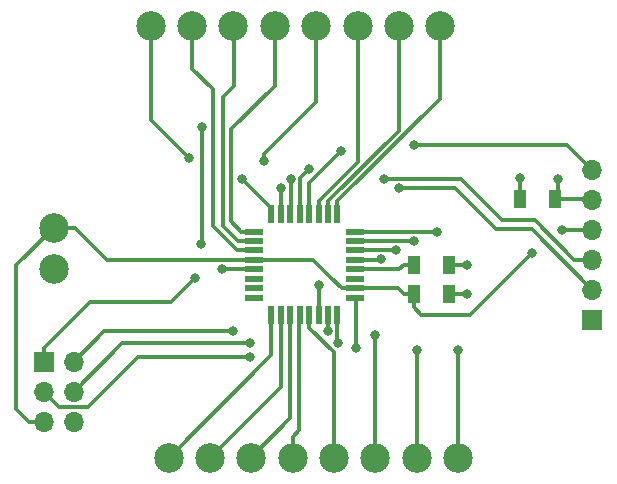
<source format=gtl>
G04 #@! TF.GenerationSoftware,KiCad,Pcbnew,(5.0.1)-3*
G04 #@! TF.CreationDate,2018-10-30T14:33:32-04:00*
G04 #@! TF.ProjectId,GCEW Motor Controller MCU,47434557204D6F746F7220436F6E7472,rev?*
G04 #@! TF.SameCoordinates,Original*
G04 #@! TF.FileFunction,Copper,L1,Top,Signal*
G04 #@! TF.FilePolarity,Positive*
%FSLAX46Y46*%
G04 Gerber Fmt 4.6, Leading zero omitted, Abs format (unit mm)*
G04 Created by KiCad (PCBNEW (5.0.1)-3) date 10/30/2018 2:33:32 PM*
%MOMM*%
%LPD*%
G01*
G04 APERTURE LIST*
G04 #@! TA.AperFunction,SMDPad,CuDef*
%ADD10R,1.000000X1.600000*%
G04 #@! TD*
G04 #@! TA.AperFunction,ComponentPad*
%ADD11O,1.700000X1.700000*%
G04 #@! TD*
G04 #@! TA.AperFunction,ComponentPad*
%ADD12R,1.700000X1.700000*%
G04 #@! TD*
G04 #@! TA.AperFunction,SMDPad,CuDef*
%ADD13R,0.550000X1.600000*%
G04 #@! TD*
G04 #@! TA.AperFunction,SMDPad,CuDef*
%ADD14R,1.600000X0.550000*%
G04 #@! TD*
G04 #@! TA.AperFunction,ComponentPad*
%ADD15C,2.500000*%
G04 #@! TD*
G04 #@! TA.AperFunction,ViaPad*
%ADD16C,0.800000*%
G04 #@! TD*
G04 #@! TA.AperFunction,Conductor*
%ADD17C,0.300000*%
G04 #@! TD*
G04 APERTURE END LIST*
D10*
G04 #@! TO.P,C1,2*
G04 #@! TO.N,GND*
X177750000Y-93000000D03*
G04 #@! TO.P,C1,1*
G04 #@! TO.N,Net-(C1-Pad1)*
X174750000Y-93000000D03*
G04 #@! TD*
D11*
G04 #@! TO.P,J4,6*
G04 #@! TO.N,GND*
X145965000Y-106315000D03*
G04 #@! TO.P,J4,5*
G04 #@! TO.N,+5V*
X143425000Y-106315000D03*
G04 #@! TO.P,J4,4*
G04 #@! TO.N,MISO*
X145965000Y-103775000D03*
G04 #@! TO.P,J4,3*
G04 #@! TO.N,SCK*
X143425000Y-103775000D03*
G04 #@! TO.P,J4,2*
G04 #@! TO.N,MOSI*
X145965000Y-101235000D03*
D12*
G04 #@! TO.P,J4,1*
G04 #@! TO.N,~RESET*
X143425000Y-101235000D03*
G04 #@! TD*
G04 #@! TO.P,U2,1*
G04 #@! TO.N,Net-(U2-Pad1)*
X189875000Y-97650000D03*
D11*
G04 #@! TO.P,U2,2*
G04 #@! TO.N,HC-05_RX*
X189875000Y-95110000D03*
G04 #@! TO.P,U2,3*
G04 #@! TO.N,HC-05_TX*
X189875000Y-92570000D03*
G04 #@! TO.P,U2,4*
G04 #@! TO.N,GND*
X189875000Y-90030000D03*
G04 #@! TO.P,U2,5*
G04 #@! TO.N,+5V*
X189875000Y-87490000D03*
G04 #@! TO.P,U2,6*
G04 #@! TO.N,PC5*
X189875000Y-84950000D03*
G04 #@! TD*
D10*
G04 #@! TO.P,C3,2*
G04 #@! TO.N,GND*
X183725000Y-87450000D03*
G04 #@! TO.P,C3,1*
G04 #@! TO.N,+5V*
X186725000Y-87450000D03*
G04 #@! TD*
G04 #@! TO.P,C2,1*
G04 #@! TO.N,GND*
X177750000Y-95500000D03*
G04 #@! TO.P,C2,2*
G04 #@! TO.N,+5V*
X174750000Y-95500000D03*
G04 #@! TD*
D13*
G04 #@! TO.P,U1,32*
G04 #@! TO.N,INHA2*
X162700000Y-88750000D03*
G04 #@! TO.P,U1,31*
G04 #@! TO.N,HC-05_RX*
X163500000Y-88750000D03*
G04 #@! TO.P,U1,30*
G04 #@! TO.N,HC-05_TX*
X164300000Y-88750000D03*
G04 #@! TO.P,U1,29*
G04 #@! TO.N,~RESET*
X165100000Y-88750000D03*
G04 #@! TO.P,U1,28*
G04 #@! TO.N,PC5*
X165900000Y-88750000D03*
G04 #@! TO.P,U1,27*
G04 #@! TO.N,SOA2*
X166700000Y-88750000D03*
G04 #@! TO.P,U1,26*
G04 #@! TO.N,SOB2*
X167500000Y-88750000D03*
G04 #@! TO.P,U1,25*
G04 #@! TO.N,SOC2*
X168300000Y-88750000D03*
D14*
G04 #@! TO.P,U1,24*
G04 #@! TO.N,SOA1*
X169750000Y-90200000D03*
G04 #@! TO.P,U1,23*
G04 #@! TO.N,SOB1*
X169750000Y-91000000D03*
G04 #@! TO.P,U1,22*
G04 #@! TO.N,SOC1*
X169750000Y-91800000D03*
G04 #@! TO.P,U1,21*
G04 #@! TO.N,GND*
X169750000Y-92600000D03*
G04 #@! TO.P,U1,20*
G04 #@! TO.N,Net-(C1-Pad1)*
X169750000Y-93400000D03*
G04 #@! TO.P,U1,19*
G04 #@! TO.N,Net-(U1-Pad19)*
X169750000Y-94200000D03*
G04 #@! TO.P,U1,18*
G04 #@! TO.N,+5V*
X169750000Y-95000000D03*
G04 #@! TO.P,U1,17*
G04 #@! TO.N,SCK*
X169750000Y-95800000D03*
D13*
G04 #@! TO.P,U1,16*
G04 #@! TO.N,MISO*
X168300000Y-97250000D03*
G04 #@! TO.P,U1,15*
G04 #@! TO.N,MOSI*
X167500000Y-97250000D03*
G04 #@! TO.P,U1,14*
G04 #@! TO.N,ENABLE2*
X166700000Y-97250000D03*
G04 #@! TO.P,U1,13*
G04 #@! TO.N,INHA1*
X165900000Y-97250000D03*
G04 #@! TO.P,U1,12*
G04 #@! TO.N,CAL1*
X165100000Y-97250000D03*
G04 #@! TO.P,U1,11*
G04 #@! TO.N,ENABLE1*
X164300000Y-97250000D03*
G04 #@! TO.P,U1,10*
G04 #@! TO.N,INLC1*
X163500000Y-97250000D03*
G04 #@! TO.P,U1,9*
G04 #@! TO.N,INHC1*
X162700000Y-97250000D03*
D14*
G04 #@! TO.P,U1,8*
G04 #@! TO.N,Net-(U1-Pad8)*
X161250000Y-95800000D03*
G04 #@! TO.P,U1,7*
G04 #@! TO.N,Net-(U1-Pad7)*
X161250000Y-95000000D03*
G04 #@! TO.P,U1,6*
G04 #@! TO.N,Net-(U1-Pad6)*
X161250000Y-94200000D03*
G04 #@! TO.P,U1,5*
G04 #@! TO.N,GND*
X161250000Y-93400000D03*
G04 #@! TO.P,U1,4*
G04 #@! TO.N,+5V*
X161250000Y-92600000D03*
G04 #@! TO.P,U1,3*
G04 #@! TO.N,INHC2*
X161250000Y-91800000D03*
G04 #@! TO.P,U1,2*
G04 #@! TO.N,INLC2*
X161250000Y-91000000D03*
G04 #@! TO.P,U1,1*
G04 #@! TO.N,CAL2*
X161250000Y-90200000D03*
G04 #@! TD*
D15*
G04 #@! TO.P,J1,2*
G04 #@! TO.N,GND*
X144300000Y-93375000D03*
G04 #@! TO.P,J1,1*
G04 #@! TO.N,+5V*
X144300000Y-89875000D03*
G04 #@! TD*
G04 #@! TO.P,J3,1*
G04 #@! TO.N,SOC2*
X177000000Y-72800000D03*
G04 #@! TO.P,J3,2*
G04 #@! TO.N,SOB2*
X173500000Y-72800000D03*
G04 #@! TO.P,J3,3*
G04 #@! TO.N,SOA2*
X170000000Y-72800000D03*
G04 #@! TO.P,J3,4*
G04 #@! TO.N,ENABLE2*
X166500000Y-72800000D03*
G04 #@! TO.P,J3,5*
G04 #@! TO.N,CAL2*
X163000000Y-72800000D03*
G04 #@! TO.P,J3,6*
G04 #@! TO.N,INLC2*
X159500000Y-72800000D03*
G04 #@! TO.P,J3,7*
G04 #@! TO.N,INHC2*
X156000000Y-72800000D03*
G04 #@! TO.P,J3,8*
G04 #@! TO.N,INHA2*
X152500000Y-72800000D03*
G04 #@! TD*
G04 #@! TO.P,J2,8*
G04 #@! TO.N,SOA1*
X178500000Y-109350000D03*
G04 #@! TO.P,J2,7*
G04 #@! TO.N,SOB1*
X175000000Y-109350000D03*
G04 #@! TO.P,J2,6*
G04 #@! TO.N,SOC1*
X171500000Y-109350000D03*
G04 #@! TO.P,J2,5*
G04 #@! TO.N,INHA1*
X168000000Y-109350000D03*
G04 #@! TO.P,J2,4*
G04 #@! TO.N,CAL1*
X164500000Y-109350000D03*
G04 #@! TO.P,J2,3*
G04 #@! TO.N,ENABLE1*
X161000000Y-109350000D03*
G04 #@! TO.P,J2,2*
G04 #@! TO.N,INLC1*
X157500000Y-109350000D03*
G04 #@! TO.P,J2,1*
G04 #@! TO.N,INHC1*
X154000000Y-109350000D03*
G04 #@! TD*
D16*
G04 #@! TO.N,SOC1*
X171500000Y-99000000D03*
X173250000Y-91750000D03*
G04 #@! TO.N,SOB1*
X175000000Y-100250000D03*
X174750000Y-91000000D03*
G04 #@! TO.N,SOA1*
X178500000Y-100250000D03*
X176750000Y-90250000D03*
G04 #@! TO.N,ENABLE2*
X166700000Y-94700000D03*
X162100000Y-84200000D03*
G04 #@! TO.N,INHA2*
X160250000Y-85750000D03*
X155750000Y-84000000D03*
G04 #@! TO.N,GND*
X179250000Y-95500000D03*
X183725000Y-85650000D03*
X172000000Y-92500000D03*
X158500000Y-93400000D03*
X187275000Y-90050000D03*
X179250000Y-93000000D03*
G04 #@! TO.N,+5V*
X184750000Y-92000000D03*
X187000000Y-85750000D03*
G04 #@! TO.N,~RESET*
X156200000Y-94150000D03*
X165900000Y-84875000D03*
X156825000Y-81350000D03*
X156775000Y-91250000D03*
G04 #@! TO.N,SCK*
X160875000Y-100825000D03*
X169875000Y-100075000D03*
G04 #@! TO.N,MISO*
X168325000Y-99650000D03*
X160875000Y-99650000D03*
G04 #@! TO.N,MOSI*
X167525000Y-98650000D03*
X159475000Y-98650000D03*
G04 #@! TO.N,HC-05_RX*
X173500000Y-86500000D03*
X163500000Y-86500000D03*
G04 #@! TO.N,HC-05_TX*
X172250000Y-85750000D03*
X164350000Y-85750000D03*
G04 #@! TO.N,PC5*
X174750000Y-82850000D03*
X168600000Y-83350000D03*
G04 #@! TD*
D17*
G04 #@! TO.N,INHA1*
X165900000Y-98350000D02*
X167975000Y-100425000D01*
X165900000Y-97250000D02*
X165900000Y-98350000D01*
X167975000Y-100425000D02*
X167975000Y-109300000D01*
G04 #@! TO.N,INHC1*
X154000000Y-109350000D02*
X162675000Y-100675000D01*
X162675000Y-100675000D02*
X162675000Y-97200000D01*
G04 #@! TO.N,INLC1*
X163500000Y-103350000D02*
X163500000Y-98350000D01*
X157500000Y-109350000D02*
X163500000Y-103350000D01*
X163500000Y-98350000D02*
X163500000Y-97250000D01*
G04 #@! TO.N,CAL1*
X164500000Y-107582234D02*
X165075000Y-107007234D01*
X164500000Y-109350000D02*
X164500000Y-107582234D01*
X165075000Y-107007234D02*
X165075000Y-97250000D01*
G04 #@! TO.N,SOC1*
X171500000Y-109350000D02*
X171500000Y-99000000D01*
X169800000Y-91750000D02*
X169750000Y-91800000D01*
X173250000Y-91750000D02*
X169800000Y-91750000D01*
G04 #@! TO.N,SOB1*
X175000000Y-109350000D02*
X175000000Y-100250000D01*
X174750000Y-91000000D02*
X169750000Y-91000000D01*
G04 #@! TO.N,SOA1*
X178500000Y-109350000D02*
X178500000Y-100250000D01*
X169800000Y-90250000D02*
X169750000Y-90200000D01*
X176750000Y-90250000D02*
X169800000Y-90250000D01*
G04 #@! TO.N,ENABLE1*
X161000000Y-109350000D02*
X164325000Y-106025000D01*
X164325000Y-106025000D02*
X164325000Y-97200000D01*
G04 #@! TO.N,ENABLE2*
X166700000Y-97250000D02*
X166700000Y-94700000D01*
X166500000Y-74567766D02*
X166500000Y-72800000D01*
X166500000Y-79234315D02*
X166500000Y-74567766D01*
X162100000Y-83634315D02*
X166500000Y-79234315D01*
X162100000Y-84200000D02*
X162100000Y-83634315D01*
G04 #@! TO.N,SOA2*
X166700000Y-87650000D02*
X170000000Y-84350000D01*
X166700000Y-88750000D02*
X166700000Y-87650000D01*
X170000000Y-84350000D02*
X170000000Y-72875000D01*
G04 #@! TO.N,SOB2*
X167500000Y-87650000D02*
X173475000Y-81675000D01*
X167500000Y-88750000D02*
X167500000Y-87650000D01*
X173475000Y-81675000D02*
X173475000Y-73525000D01*
G04 #@! TO.N,SOC2*
X168300000Y-87650000D02*
X176975000Y-78975000D01*
X168300000Y-88750000D02*
X168300000Y-87650000D01*
X176975000Y-78975000D02*
X176975000Y-72800000D01*
G04 #@! TO.N,CAL2*
X160150000Y-90200000D02*
X159300000Y-89350000D01*
X161250000Y-90200000D02*
X160150000Y-90200000D01*
X159300000Y-89350000D02*
X159300000Y-81550000D01*
X159300000Y-81550000D02*
X163000000Y-77850000D01*
X163000000Y-77850000D02*
X163000000Y-72825000D01*
X163000000Y-72825000D02*
X163025000Y-72800000D01*
G04 #@! TO.N,INLC2*
X161250000Y-91000000D02*
X159875000Y-91000000D01*
X159875000Y-91000000D02*
X158575000Y-89700000D01*
X158575000Y-89700000D02*
X158575000Y-78850000D01*
X158575000Y-78850000D02*
X159550000Y-77875000D01*
X159550000Y-77875000D02*
X159550000Y-73450000D01*
G04 #@! TO.N,INHC2*
X161250000Y-91800000D02*
X159800000Y-91800000D01*
X159800000Y-91800000D02*
X157750000Y-89750000D01*
X157750000Y-89750000D02*
X157750000Y-78175000D01*
X157750000Y-78175000D02*
X155975000Y-76400000D01*
X155975000Y-76400000D02*
X155975000Y-72925000D01*
G04 #@! TO.N,INHA2*
X160250000Y-85775000D02*
X160250000Y-85750000D01*
X162700000Y-88750000D02*
X162700000Y-88225000D01*
X162700000Y-88225000D02*
X160250000Y-85775000D01*
X152500000Y-80750000D02*
X152500000Y-72800000D01*
X155750000Y-84000000D02*
X152500000Y-80750000D01*
G04 #@! TO.N,GND*
X177750000Y-95500000D02*
X179250000Y-95500000D01*
X183725000Y-87450000D02*
X183725000Y-85650000D01*
X169750000Y-92600000D02*
X171900000Y-92600000D01*
X171900000Y-92600000D02*
X172000000Y-92500000D01*
X161250000Y-93400000D02*
X158500000Y-93400000D01*
X189875000Y-90030000D02*
X187295000Y-90030000D01*
X187295000Y-90030000D02*
X187275000Y-90050000D01*
X177750000Y-93000000D02*
X179250000Y-93000000D01*
G04 #@! TO.N,+5V*
X186725000Y-87450000D02*
X189875000Y-87450000D01*
X168650000Y-95000000D02*
X167675000Y-94025000D01*
X169750000Y-95000000D02*
X168650000Y-95000000D01*
X167675000Y-94025000D02*
X166250000Y-92600000D01*
X166250000Y-92600000D02*
X161075000Y-92600000D01*
X160150000Y-92600000D02*
X161250000Y-92600000D01*
X148792766Y-92600000D02*
X160150000Y-92600000D01*
X146067766Y-89875000D02*
X148792766Y-92600000D01*
X144300000Y-89875000D02*
X146067766Y-89875000D01*
X142222919Y-106315000D02*
X141125000Y-105217081D01*
X143425000Y-106315000D02*
X142222919Y-106315000D01*
X141125000Y-93050000D02*
X144300000Y-89875000D01*
X141125000Y-105217081D02*
X141125000Y-93050000D01*
X170850000Y-95000000D02*
X169750000Y-95000000D01*
X173450000Y-95000000D02*
X170850000Y-95000000D01*
X173950000Y-95500000D02*
X173450000Y-95000000D01*
X174750000Y-95500000D02*
X173950000Y-95500000D01*
X174750000Y-96600000D02*
X175400000Y-97250000D01*
X174750000Y-95500000D02*
X174750000Y-96600000D01*
X175400000Y-97250000D02*
X179500000Y-97250000D01*
X179500000Y-97250000D02*
X184750000Y-92000000D01*
X187000000Y-87175000D02*
X186725000Y-87450000D01*
X187000000Y-85750000D02*
X187000000Y-87175000D01*
G04 #@! TO.N,~RESET*
X143425000Y-100085000D02*
X147360000Y-96150000D01*
X143425000Y-101235000D02*
X143425000Y-100085000D01*
X147360000Y-96150000D02*
X154200000Y-96150000D01*
X154200000Y-96150000D02*
X156200000Y-94150000D01*
X165100000Y-88750000D02*
X165100000Y-85675000D01*
X165100000Y-85675000D02*
X165900000Y-84875000D01*
X156825000Y-81350000D02*
X156825000Y-91200000D01*
X156825000Y-91200000D02*
X156775000Y-91250000D01*
G04 #@! TO.N,SCK*
X143425000Y-103775000D02*
X144700000Y-105050000D01*
X144700000Y-105050000D02*
X147175000Y-105050000D01*
X147175000Y-105050000D02*
X151400000Y-100825000D01*
X151400000Y-100825000D02*
X160875000Y-100825000D01*
X169875000Y-95925000D02*
X169750000Y-95800000D01*
X169875000Y-100075000D02*
X169875000Y-95925000D01*
G04 #@! TO.N,MISO*
X168300000Y-97250000D02*
X168300000Y-99625000D01*
X168300000Y-99625000D02*
X168325000Y-99650000D01*
X150090000Y-99650000D02*
X145965000Y-103775000D01*
X160875000Y-99650000D02*
X150090000Y-99650000D01*
G04 #@! TO.N,MOSI*
X167500000Y-97250000D02*
X167500000Y-98625000D01*
X167500000Y-98625000D02*
X167525000Y-98650000D01*
X148550000Y-98650000D02*
X145965000Y-101235000D01*
X159475000Y-98650000D02*
X148550000Y-98650000D01*
G04 #@! TO.N,HC-05_RX*
X189875000Y-95110000D02*
X184765000Y-90000000D01*
X184765000Y-90000000D02*
X181750000Y-90000000D01*
X181750000Y-90000000D02*
X178250000Y-86500000D01*
X178250000Y-86500000D02*
X173500000Y-86500000D01*
X163500000Y-86500000D02*
X163500000Y-88750000D01*
G04 #@! TO.N,HC-05_TX*
X189875000Y-92570000D02*
X188320000Y-92570000D01*
X188320000Y-92570000D02*
X185000000Y-89250000D01*
X185000000Y-89250000D02*
X182250000Y-89250000D01*
X182250000Y-89250000D02*
X178750000Y-85750000D01*
X178750000Y-85750000D02*
X172250000Y-85750000D01*
X164350000Y-88700000D02*
X164300000Y-88750000D01*
X164350000Y-85750000D02*
X164350000Y-88700000D01*
G04 #@! TO.N,PC5*
X182035002Y-82850000D02*
X174750000Y-82850000D01*
X189875000Y-84950000D02*
X187775000Y-82850000D01*
X187775000Y-82850000D02*
X182035002Y-82850000D01*
X165900000Y-86050000D02*
X165900000Y-88750000D01*
X168600000Y-83350000D02*
X165900000Y-86050000D01*
G04 #@! TO.N,Net-(C1-Pad1)*
X170850000Y-93400000D02*
X169750000Y-93400000D01*
X173550000Y-93400000D02*
X170850000Y-93400000D01*
X173950000Y-93000000D02*
X173550000Y-93400000D01*
X174750000Y-93000000D02*
X173950000Y-93000000D01*
G04 #@! TD*
M02*

</source>
